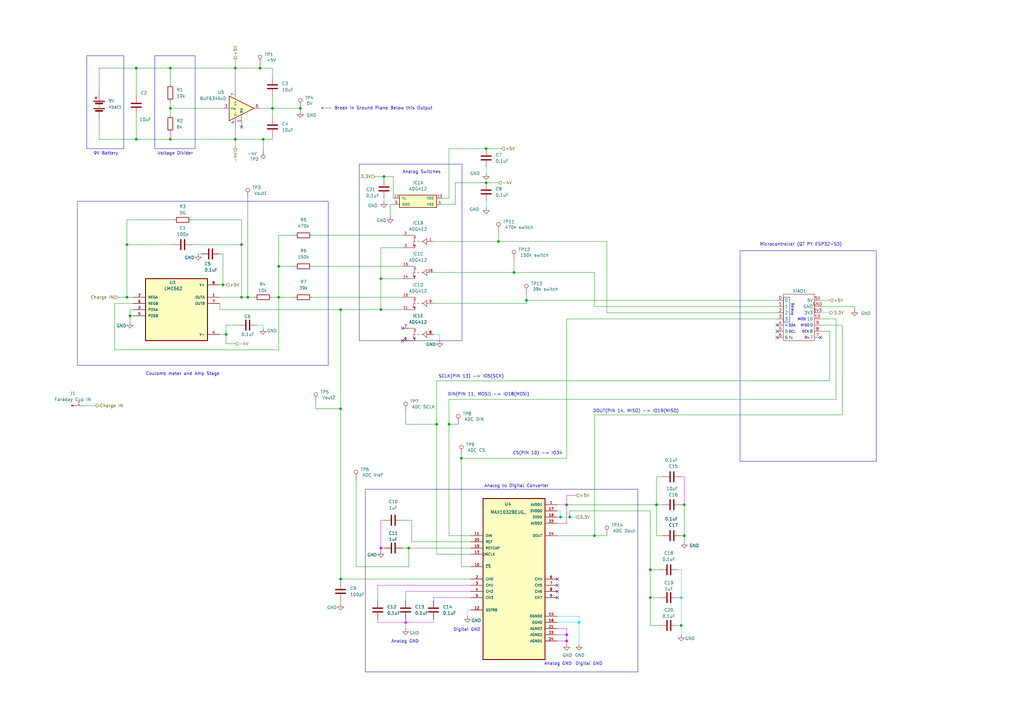
<source format=kicad_sch>
(kicad_sch (version 20231120) (generator "eeschema") (generator_version "8.0")
  (paper "A3")
  (title_block (title "Team 3 - COATL Aircraft Schematic") (date "2025-05-20") (rev "7") (company "Annika Boyd, Eisa Alsharifi, Felix Moss, Nathan Truong"))
  (lib_symbols
    (symbol "ADG412:ADG412" (pin_names (offset 1.016))
      (property "Reference" "IC" (at -7.62 5.08 0))
      (property "Value" "ADG412" (at -7.62 -3.81 0))
      (symbol "ADG412_1_0"
        (pin power_in line (at -10.16 2.54 0) (length 2.54) (name "VL") (number "12"))
        (pin power_in line (at 10.16 2.54 180) (length 2.54) (name "VDD") (number "13"))
        (pin power_in line (at 10.16 0 180) (length 2.54) (name "VSS") (number "4"))
        (pin power_in line (at -10.16 0 0) (length 2.54) (name "GND") (number "5"))
      )
      (symbol "ADG412_2_0"
        (pin input line (at -7.62 0 0) (length 2.54) (name "~") (number "1"))
        (pin passive line (at 5.08 -2.54 180) (length 2.54) (name "~") (number "2"))
        (pin passive line (at 5.08 2.54 180) (length 2.54) (name "~") (number "3"))
      )
      (symbol "ADG412_3_0"
        (pin passive line (at 5.08 2.54 180) (length 2.54) (name "~") (number "14"))
        (pin passive line (at 5.08 -2.54 180) (length 2.54) (name "~") (number "15"))
        (pin input line (at -7.62 0 0) (length 2.54) (name "~") (number "16"))
      )
      (symbol "ADG412_4_0"
        (pin passive line (at 5.08 -2.54 180) (length 2.54) (name "~") (number "10"))
        (pin passive line (at 5.08 2.54 180) (length 2.54) (name "~") (number "11"))
        (pin input line (at -7.62 0 0) (length 2.54) (name "~") (number "9"))
      )
      (symbol "ADG412_5_0"
        (pin passive line (at 5.08 2.54 180) (length 2.54) (name "~") (number "6"))
        (pin passive line (at 5.08 -2.54 180) (length 2.54) (name "~") (number "7"))
        (pin input line (at -7.62 0 0) (length 2.54) (name "~") (number "8"))
      )
    )
    (symbol "Connector:Conn_01x01_Pin" (pin_names (offset 1.016) hide)
      (property "Reference" "J" (at 0 2.54 0))
      (property "Value" "Conn_01x01_Pin" (at 0 -2.54 0))
      (symbol "Conn_01x01_Pin_1_1"
        (pin passive line (at 5.08 0 180) (length 3.81) (name "Pin_1") (number "1"))
      )
    )
    (symbol "Connector:TestPoint" (pin_numbers hide) (pin_names (offset 0.762) hide)
      (property "Reference" "TP" (at 0 6.858 0))
      (property "Value" "TestPoint" (at 0 5.08 0))
      (symbol "TestPoint_1_1"
        (pin passive line (at 0 0 90) (length 2.54) (name "1") (number "1"))
      )
    )
    (symbol "Device:Battery" (pin_numbers hide) (pin_names (offset 0) hide)
      (property "Reference" "BT" (at 2.54 2.54 0))
      (property "Value" "Battery" (at 2.54 0 0))
      (symbol "Battery_1_1"
        (pin passive line (at 0 5.08 270) (length 2.54) (name "+") (number "1"))
        (pin passive line (at 0 -5.08 90) (length 2.54) (name "-") (number "2"))
      )
    )
    (symbol "Device:C" (pin_numbers hide) (pin_names (offset 0.254))
      (property "Reference" "C" (at 0.635 2.54 0))
      (property "Value" "C" (at 0.635 -2.54 0))
      (symbol "C_1_1"
        (pin passive line (at 0 3.81 270) (length 2.794) (name "~") (number "1"))
        (pin passive line (at 0 -3.81 90) (length 2.794) (name "~") (number "2"))
      )
    )
    (symbol "Device:R" (pin_numbers hide) (pin_names (offset 0))
      (property "Reference" "R" (at 2.032 0 90))
      (property "Value" "R" (at 0 0 90))
      (symbol "R_1_1"
        (pin passive line (at 0 3.81 270) (length 1.27) (name "~") (number "1"))
        (pin passive line (at 0 -3.81 90) (length 1.27) (name "~") (number "2"))
      )
    )
    (symbol "LMC6042IM:LMC6042IM" (pin_names (offset 1.016))
      (property "Reference" "U4" (at -1.524 11.176 0))
      (property "Value" "LMC662" (at -1.27 8.636 0))
      (symbol "LMC6042IM_0_0"
        (pin output line (at 17.78 5.08 180) (length 5.08) (name "OUTA") (number "1"))
        (pin input line (at -17.78 5.08 0) (length 5.08) (name "NEGA") (number "2"))
        (pin input line (at -17.78 0 0) (length 5.08) (name "POSA") (number "3"))
        (pin power_in line (at 17.78 -10.16 180) (length 5.08) (name "V-") (number "4"))
        (pin input line (at -17.78 -2.54 0) (length 5.08) (name "POSB") (number "5"))
        (pin input line (at -17.78 2.54 0) (length 5.08) (name "NEGB") (number "6"))
        (pin output line (at 17.78 2.54 180) (length 5.08) (name "OUTB") (number "7"))
        (pin power_in line (at 17.78 10.16 180) (length 5.08) (name "V+") (number "8"))
      )
    )
    (symbol "MAX1032BEUG_:MAX1032BEUG_" (pin_names (offset 1.016))
      (property "Reference" "U" (at -12.7 34.0106 0))
      (property "Value" "MAX1032BEUG_" (at -12.7 -37.0078 0))
      (symbol "MAX1032BEUG__0_0"
        (pin power_in line (at 17.78 30.48 180) (length 5.08) (name "AVDD1") (number "1"))
        (pin bidirectional line (at -17.78 5.08 0) (length 5.08) (name "~{CS}") (number "10"))
        (pin input line (at -17.78 17.78 0) (length 5.08) (name "DIN") (number "11"))
        (pin bidirectional line (at -17.78 -12.7 0) (length 5.08) (name "SSTRB") (number "12"))
        (pin input clock (at -17.78 10.16 0) (length 5.08) (name "SCLK") (number "13"))
        (pin output line (at 17.78 17.78 180) (length 5.08) (name "DOUT") (number "14"))
        (pin power_in line (at 17.78 -15.24 180) (length 5.08) (name "DGND0") (number "15"))
        (pin power_in line (at 17.78 -17.78 180) (length 5.08) (name "DGND") (number "16"))
        (pin power_in line (at 17.78 27.94 180) (length 5.08) (name "DVDD0") (number "17"))
        (pin power_in line (at 17.78 25.4 180) (length 5.08) (name "DVDD") (number "18"))
        (pin input line (at -17.78 12.7 0) (length 5.08) (name "REFCAP") (number "19"))
        (pin bidirectional line (at -17.78 0 0) (length 5.08) (name "CH0") (number "2"))
        (pin input line (at -17.78 15.24 0) (length 5.08) (name "REF") (number "20"))
        (pin power_in line (at 17.78 -20.32 180) (length 5.08) (name "AGND3") (number "21"))
        (pin power_in line (at 17.78 22.86 180) (length 5.08) (name "AVDD2") (number "22"))
        (pin power_in line (at 17.78 -22.86 180) (length 5.08) (name "AGND2") (number "23"))
        (pin power_in line (at 17.78 -25.4 180) (length 5.08) (name "AGND1") (number "24"))
        (pin bidirectional line (at -17.78 -2.54 0) (length 5.08) (name "CH1") (number "3"))
        (pin bidirectional line (at -17.78 -5.08 0) (length 5.08) (name "CH2") (number "4"))
        (pin bidirectional line (at -17.78 -7.62 0) (length 5.08) (name "CH3") (number "5"))
        (pin bidirectional line (at 17.78 0 180) (length 5.08) (name "CH4") (number "6"))
        (pin bidirectional line (at 17.78 -2.54 180) (length 5.08) (name "CH5") (number "7"))
        (pin bidirectional line (at 17.78 -5.08 180) (length 5.08) (name "CH6") (number "8"))
        (pin bidirectional line (at 17.78 -7.62 180) (length 5.08) (name "CH7") (number "9"))
      )
    )
    (symbol "XIAO:esp32s3"
      (property "Reference" "XIAO" (at 0 0 0))
      (symbol "esp32s3_1_1"
        (pin bidirectional line (at -8.89 -3.81 0) (length 2.54) (name "0") (number "0"))
        (pin bidirectional line (at -8.89 -6.35 0) (length 2.54) (name "1") (number "1"))
        (pin bidirectional line (at 8.89 -11.43 180) (length 2.54) (name "10") (number "10"))
        (pin bidirectional line (at -8.89 -8.89 0) (length 2.54) (name "2") (number "2"))
        (pin bidirectional line (at -8.89 -11.43 0) (length 2.54) (name "3") (number "3"))
        (pin bidirectional line (at 8.89 -8.89 180) (length 2.54) (name "3V3") (number "3V3"))
        (pin bidirectional line (at -8.89 -13.97 0) (length 2.54) (name "4") (number "4"))
        (pin bidirectional line (at -8.89 -16.51 0) (length 2.54) (name "5") (number "5"))
        (pin bidirectional line (at 8.89 -3.81 180) (length 2.54) (name "5V") (number "5V"))
        (pin bidirectional line (at -8.89 -19.05 0) (length 2.54) (name "6") (number "6"))
        (pin bidirectional line (at 8.89 -19.05 180) (length 2.54) (name "7") (number "7"))
        (pin bidirectional line (at 8.89 -16.51 180) (length 2.54) (name "8") (number "8"))
        (pin bidirectional line (at 8.89 -13.97 180) (length 2.54) (name "9") (number "9"))
        (pin bidirectional line (at 8.89 -6.35 180) (length 2.54) (name "GND") (number "GND"))
      )
    )
    (symbol "buf634axd:BUF634AxD"
      (property "Reference" "U2" (at -10.922 6.604 0))
      (property "Value" "BUF634AxD" (at -10.922 4.064 0))
      (symbol "BUF634AxD_1_1"
        (pin input line (at 0 -7.62 90) (length 5.08) (name "BW") (number "1"))
        (pin no_connect line (at -5.08 5.08 0) (length 2.54) hide (name "NC") (number "2"))
        (pin input line (at -7.62 0 0) (length 2.54) (name "V_{IN}") (number "3"))
        (pin power_in line (at -2.54 -7.62 90) (length 3.81) (name "V-") (number "4"))
        (pin no_connect line (at -5.08 2.54 0) (length 2.54) hide (name "NC") (number "5"))
        (pin output line (at 7.62 0 180) (length 2.54) (name "~") (number "6"))
        (pin power_in line (at -2.54 7.62 270) (length 3.81) (name "V+") (number "7"))
        (pin no_connect line (at -5.08 -2.54 0) (length 2.54) hide (name "NC") (number "8"))
      )
    )
    (symbol "power:GND" (power) (pin_numbers hide) (pin_names (offset 0) hide)
      (property "Value" "GND" (at 0 -3.81 0))
      (symbol "GND_1_1"
        (pin power_in line (at 0 0 270) (length 0) (name "~") (number "1"))
      )
    )
  )
  (junction (at 69.85 57.15))
  (junction (at 199.39 60.96))
  (junction (at 179.07 173.99))
  (junction (at 232.41 207.01))
  (junction (at 123.19 44.45))
  (junction (at 139.7 167.64))
  (junction (at 279.4 245.11) (color 0 214 255 1))
  (junction (at 55.88 27.94))
  (junction (at 52.07 121.92))
  (junction (at 107.95 57.15))
  (junction (at 69.85 44.45))
  (junction (at 99.06 121.92))
  (junction (at 53.34 129.54))
  (junction (at 204.47 99.06))
  (junction (at 156.21 224.79) (color 182 6 255 1))
  (junction (at 139.7 237.49))
  (junction (at 280.67 219.71))
  (junction (at 229.87 212.09))
  (junction (at 114.3 121.92))
  (junction (at 139.7 127))
  (junction (at 101.6 121.92))
  (junction (at 114.3 109.22))
  (junction (at 96.52 57.15))
  (junction (at 91.44 116.84))
  (junction (at 232.41 260.35) (color 185 8 255 1))
  (junction (at 96.52 27.94))
  (junction (at 111.76 44.45))
  (junction (at 237.49 255.27) (color 0 212 255 1))
  (junction (at 279.4 256.54))
  (junction (at 243.84 219.71))
  (junction (at 157.48 72.39))
  (junction (at 166.37 255.27) (color 223 19 255 1))
  (junction (at 92.71 137.16))
  (junction (at 233.68 212.09))
  (junction (at 210.82 111.76))
  (junction (at 269.24 207.01))
  (junction (at 189.23 187.96))
  (junction (at 156.21 114.3))
  (junction (at 232.41 262.89) (color 185 8 255 1))
  (junction (at 280.67 207.01))
  (junction (at 55.88 57.15))
  (junction (at 266.7 233.68))
  (junction (at 99.06 100.33))
  (junction (at 199.39 74.93))
  (junction (at 52.07 100.33))
  (junction (at 215.9 123.19))
  (junction (at 266.7 245.11))
  (junction (at 184.15 173.99))
  (junction (at 106.68 27.94))
  (junction (at 156.21 127))
  (junction (at 167.64 224.79))
  (junction (at 69.85 27.94))
  (no_connect (at 228.6 242.57))
  (no_connect (at 228.6 245.11))
  (no_connect (at 228.6 237.49))
  (no_connect (at 318.77 138.43))
  (no_connect (at 165.1 139.7))
  (no_connect (at 336.55 138.43))
  (no_connect (at 228.6 240.03))
  (no_connect (at 99.06 52.07))
  (no_connect (at 318.77 135.89))
  (no_connect (at 318.77 133.35))
  (no_connect (at 165.1 134.62))
  (wire (pts (xy 111.76 39.37) (xy 111.76 44.45)))
  (wire (pts (xy 279.4 245.11) (xy 278.13 245.11)) (stroke (width 0) (color 0 214 255 1)))
  (wire (pts (xy 129.54 167.64) (xy 139.7 167.64)))
  (wire (pts (xy 90.17 116.84) (xy 91.44 116.84)))
  (wire (pts (xy 228.6 262.89) (xy 232.41 262.89)) (stroke (width 0) (color 185 8 255 1)))
  (wire (pts (xy 106.68 26.67) (xy 106.68 27.94)))
  (wire (pts (xy 189.23 187.96) (xy 189.23 186.69)))
  (wire (pts (xy 139.7 127) (xy 139.7 167.64)))
  (wire (pts (xy 96.52 57.15) (xy 96.52 60.96)))
  (wire (pts (xy 266.7 245.11) (xy 266.7 233.68)))
  (wire (pts (xy 266.7 209.55) (xy 266.7 233.68)))
  (wire (pts (xy 342.9 130.81) (xy 336.55 130.81)))
  (wire (pts (xy 96.52 24.13) (xy 96.52 27.94)))
  (wire (pts (xy 107.95 60.96) (xy 107.95 57.15)))
  (wire (pts (xy 54.61 127) (xy 53.34 127)))
  (wire (pts (xy 243.84 219.71) (xy 248.92 219.71)))
  (wire (pts (xy 156.21 127) (xy 139.7 127)))
  (wire (pts (xy 278.13 256.54) (xy 279.4 256.54)) (stroke (width 0) (color 0 214 255 1)))
  (wire (pts (xy 340.36 135.89) (xy 336.55 135.89)))
  (wire (pts (xy 156.21 114.3) (xy 165.1 114.3)))
  (wire (pts (xy 40.64 27.94) (xy 55.88 27.94)))
  (wire (pts (xy 193.04 232.41) (xy 189.23 232.41)))
  (wire (pts (xy 232.41 207.01) (xy 269.24 207.01)))
  (wire (pts (xy 279.4 195.58) (xy 280.67 195.58)) (stroke (width 0) (color 226 2 255 1)))
  (wire (pts (xy 139.7 246.38) (xy 139.7 247.65)))
  (wire (pts (xy 40.64 57.15) (xy 55.88 57.15)))
  (wire (pts (xy 111.76 31.75) (xy 111.76 27.94)))
  (wire (pts (xy 199.39 82.55) (xy 199.39 85.09)) (stroke (width 0) (color 0 212 255 1)))
  (wire (pts (xy 107.95 57.15) (xy 111.76 57.15)))
  (wire (pts (xy 243.84 111.76) (xy 243.84 125.73)))
  (wire (pts (xy 106.68 44.45) (xy 111.76 44.45)))
  (wire (pts (xy 179.07 173.99) (xy 179.07 227.33)))
  (wire (pts (xy 96.52 27.94) (xy 106.68 27.94)))
  (wire (pts (xy 91.44 116.84) (xy 92.71 116.84)))
  (wire (pts (xy 156.21 224.79) (xy 157.48 224.79)) (stroke (width 0) (color 182 6 255 1)))
  (wire (pts (xy 154.94 246.38) (xy 154.94 240.03)) (stroke (width 0) (color 185 8 255 1)))
  (wire (pts (xy 177.8 255.27) (xy 177.8 254)) (stroke (width 0) (color 223 19 255 1)))
  (wire (pts (xy 269.24 207.01) (xy 271.78 207.01)))
  (wire (pts (xy 167.64 232.41) (xy 167.64 224.79)))
  (wire (pts (xy 280.67 207.01) (xy 279.4 207.01)))
  (wire (pts (xy 69.85 27.94) (xy 96.52 27.94)))
  (wire (pts (xy 269.24 219.71) (xy 269.24 207.01)))
  (wire (pts (xy 128.27 109.22) (xy 165.1 109.22)))
  (wire (pts (xy 123.19 45.72) (xy 123.19 44.45)))
  (wire (pts (xy 157.48 73.66) (xy 157.48 72.39)))
  (wire (pts (xy 157.48 72.39) (xy 161.29 72.39)))
  (wire (pts (xy 184.15 173.99) (xy 187.96 173.99)))
  (wire (pts (xy 161.29 72.39) (xy 161.29 81.28)))
  (wire (pts (xy 69.85 41.91) (xy 69.85 44.45)))
  (wire (pts (xy 82.55 104.14) (xy 81.28 104.14)) (stroke (width 0) (color 0 212 255 1)))
  (wire (pts (xy 177.8 111.76) (xy 210.82 111.76)))
  (wire (pts (xy 96.52 57.15) (xy 107.95 57.15)))
  (wire (pts (xy 210.82 106.68) (xy 210.82 111.76)))
  (wire (pts (xy 90.17 121.92) (xy 99.06 121.92)))
  (wire (pts (xy 99.06 100.33) (xy 99.06 121.92)))
  (wire (pts (xy 154.94 255.27) (xy 154.94 254)) (stroke (width 0) (color 223 19 255 1)))
  (wire (pts (xy 154.94 255.27) (xy 166.37 255.27)) (stroke (width 0) (color 223 19 255 1)))
  (wire (pts (xy 153.67 72.39) (xy 157.48 72.39)))
  (wire (pts (xy 55.88 57.15) (xy 69.85 57.15)))
  (wire (pts (xy 129.54 165.1) (xy 129.54 167.64)))
  (wire (pts (xy 278.13 233.68) (xy 279.4 233.68)) (stroke (width 0) (color 0 214 255 1)))
  (wire (pts (xy 166.37 242.57) (xy 193.04 242.57)) (stroke (width 0) (color 185 8 255 1)))
  (wire (pts (xy 168.91 213.36) (xy 165.1 213.36)))
  (wire (pts (xy 114.3 121.92) (xy 114.3 143.51)))
  (wire (pts (xy 69.85 44.45) (xy 69.85 46.99)))
  (wire (pts (xy 210.82 111.76) (xy 243.84 111.76)))
  (wire (pts (xy 111.76 121.92) (xy 114.3 121.92)))
  (wire (pts (xy 114.3 96.52) (xy 114.3 109.22)))
  (wire (pts (xy 179.07 227.33) (xy 193.04 227.33)))
  (wire (pts (xy 279.4 233.68) (xy 279.4 245.11)) (stroke (width 0) (color 0 214 255 1)))
  (wire (pts (xy 228.6 257.81) (xy 232.41 257.81)) (stroke (width 0) (color 185 8 255 1)))
  (wire (pts (xy 189.23 187.96) (xy 189.23 232.41)))
  (wire (pts (xy 342.9 130.81) (xy 342.9 163.83)))
  (wire (pts (xy 237.49 252.73) (xy 237.49 255.27)) (stroke (width 0) (color 0 212 255 1)))
  (wire (pts (xy 228.6 252.73) (xy 237.49 252.73)) (stroke (width 0) (color 0 212 255 1)))
  (wire (pts (xy 179.07 173.99) (xy 179.07 156.21)))
  (wire (pts (xy 156.21 101.6) (xy 165.1 101.6)))
  (wire (pts (xy 139.7 237.49) (xy 193.04 237.49)))
  (wire (pts (xy 71.12 100.33) (xy 52.07 100.33)))
  (wire (pts (xy 101.6 121.92) (xy 104.14 121.92)))
  (wire (pts (xy 243.84 170.18) (xy 243.84 219.71)))
  (wire (pts (xy 96.52 27.94) (xy 96.52 36.83)))
  (wire (pts (xy 229.87 209.55) (xy 229.87 212.09)) (stroke (width 0) (color 0 212 255 1)))
  (wire (pts (xy 186.69 74.93) (xy 186.69 83.82)))
  (wire (pts (xy 166.37 255.27) (xy 177.8 255.27)) (stroke (width 0) (color 223 19 255 1)))
  (wire (pts (xy 34.29 166.37) (xy 39.37 166.37)))
  (wire (pts (xy 111.76 55.88) (xy 111.76 57.15)))
  (wire (pts (xy 228.6 214.63) (xy 232.41 214.63)) (stroke (width 0) (color 185 8 255 1)))
  (wire (pts (xy 228.6 207.01) (xy 232.41 207.01)) (stroke (width 0) (color 185 8 255 1)))
  (wire (pts (xy 280.67 207.01) (xy 280.67 195.58)) (stroke (width 0) (color 226 2 255 1)))
  (wire (pts (xy 186.69 74.93) (xy 199.39 74.93)))
  (wire (pts (xy 340.36 156.21) (xy 340.36 135.89)))
  (wire (pts (xy 69.85 57.15) (xy 96.52 57.15)))
  (wire (pts (xy 48.26 121.92) (xy 52.07 121.92)))
  (wire (pts (xy 90.17 127) (xy 90.17 124.46)))
  (wire (pts (xy 156.21 127) (xy 165.1 127)))
  (wire (pts (xy 156.21 101.6) (xy 156.21 114.3)))
  (wire (pts (xy 280.67 222.25) (xy 280.67 219.71)))
  (wire (pts (xy 204.47 95.25) (xy 204.47 99.06)))
  (wire (pts (xy 215.9 123.19) (xy 215.9 124.46)))
  (wire (pts (xy 232.41 203.2) (xy 236.22 203.2)) (stroke (width 0) (color 185 8 255 1)))
  (wire (pts (xy 199.39 74.93) (xy 204.47 74.93)))
  (wire (pts (xy 228.6 219.71) (xy 243.84 219.71)))
  (wire (pts (xy 233.68 209.55) (xy 233.68 212.09)))
  (wire (pts (xy 166.37 173.99) (xy 179.07 173.99)))
  (wire (pts (xy 53.34 129.54) (xy 53.34 132.08)))
  (wire (pts (xy 156.21 226.06) (xy 156.21 224.79)) (stroke (width 0) (color 182 6 255 1)))
  (wire (pts (xy 269.24 195.58) (xy 271.78 195.58)))
  (wire (pts (xy 114.3 121.92) (xy 120.65 121.92)))
  (wire (pts (xy 228.6 260.35) (xy 232.41 260.35)) (stroke (width 0) (color 185 8 255 1)))
  (wire (pts (xy 114.3 109.22) (xy 114.3 121.92)))
  (wire (pts (xy 128.27 96.52) (xy 165.1 96.52)))
  (wire (pts (xy 248.92 128.27) (xy 318.77 128.27)))
  (wire (pts (xy 96.52 57.15) (xy 96.52 52.07)))
  (wire (pts (xy 177.8 245.11) (xy 177.8 246.38)) (stroke (width 0) (color 185 8 255 1)))
  (wire (pts (xy 193.04 219.71) (xy 184.15 219.71)))
  (wire (pts (xy 106.68 27.94) (xy 111.76 27.94)))
  (wire (pts (xy 53.34 129.54) (xy 54.61 129.54)))
  (wire (pts (xy 266.7 233.68) (xy 270.51 233.68)))
  (wire (pts (xy 53.34 127) (xy 53.34 129.54)))
  (wire (pts (xy 232.41 130.81) (xy 232.41 187.96)))
  (wire (pts (xy 139.7 238.76) (xy 139.7 237.49)))
  (wire (pts (xy 266.7 245.11) (xy 266.7 256.54)))
  (wire (pts (xy 279.4 260.35) (xy 279.4 256.54)) (stroke (width 0) (color 0 214 255 1)))
  (wire (pts (xy 52.07 121.92) (xy 54.61 121.92)))
  (wire (pts (xy 55.88 46.99) (xy 55.88 57.15)))
  (wire (pts (xy 107.95 134.62) (xy 107.95 133.35)) (stroke (width 0) (color 0 212 255 1)))
  (wire (pts (xy 46.99 124.46) (xy 54.61 124.46)))
  (wire (pts (xy 120.65 109.22) (xy 114.3 109.22)))
  (wire (pts (xy 243.84 125.73) (xy 318.77 125.73)))
  (wire (pts (xy 232.41 130.81) (xy 318.77 130.81)))
  (wire (pts (xy 111.76 44.45) (xy 123.19 44.45)))
  (wire (pts (xy 92.71 140.97) (xy 96.52 140.97)))
  (wire (pts (xy 114.3 143.51) (xy 46.99 143.51)))
  (wire (pts (xy 184.15 60.96) (xy 184.15 81.28)))
  (wire (pts (xy 204.47 99.06) (xy 248.92 99.06)))
  (wire (pts (xy 199.39 68.58) (xy 199.39 71.12)) (stroke (width 0) (color 0 212 255 1)))
  (wire (pts (xy 184.15 81.28) (xy 181.61 81.28)))
  (wire (pts (xy 228.6 209.55) (xy 229.87 209.55)) (stroke (width 0) (color 0 212 255 1)))
  (wire (pts (xy 69.85 54.61) (xy 69.85 57.15)) (stroke (width 0) (color 180 0 255 1)))
  (wire (pts (xy 232.41 260.35) (xy 232.41 262.89)) (stroke (width 0) (color 185 8 255 1)))
  (wire (pts (xy 71.12 90.17) (xy 52.07 90.17)))
  (wire (pts (xy 266.7 256.54) (xy 270.51 256.54)))
  (wire (pts (xy 166.37 168.91) (xy 166.37 173.99)))
  (wire (pts (xy 232.41 203.2) (xy 232.41 207.01)) (stroke (width 0) (color 185 8 255 1)))
  (wire (pts (xy 193.04 222.25) (xy 168.91 222.25)))
  (wire (pts (xy 156.21 213.36) (xy 156.21 224.79)) (stroke (width 0) (color 182 6 255 1)))
  (wire (pts (xy 46.99 143.51) (xy 46.99 124.46)))
  (wire (pts (xy 233.68 212.09) (xy 236.22 212.09)) (stroke (width 0) (color 0 212 255 1)))
  (wire (pts (xy 90.17 137.16) (xy 92.71 137.16)))
  (wire (pts (xy 78.74 100.33) (xy 99.06 100.33)))
  (wire (pts (xy 345.44 133.35) (xy 336.55 133.35)))
  (wire (pts (xy 279.4 245.11) (xy 279.4 256.54)) (stroke (width 0) (color 0 214 255 1)))
  (wire (pts (xy 78.74 90.17) (xy 99.06 90.17)))
  (wire (pts (xy 266.7 209.55) (xy 233.68 209.55)))
  (wire (pts (xy 280.67 219.71) (xy 280.67 207.01)))
  (wire (pts (xy 269.24 207.01) (xy 269.24 195.58)))
  (wire (pts (xy 91.44 104.14) (xy 91.44 116.84)))
  (wire (pts (xy 157.48 213.36) (xy 156.21 213.36)) (stroke (width 0) (color 182 6 255 1)))
  (wire (pts (xy 160.02 83.82) (xy 161.29 83.82)) (stroke (width 0) (color 178 1 255 1)))
  (wire (pts (xy 167.64 224.79) (xy 193.04 224.79)))
  (wire (pts (xy 92.71 133.35) (xy 97.79 133.35)))
  (wire (pts (xy 215.9 120.65) (xy 215.9 123.19)))
  (wire (pts (xy 336.55 125.73) (xy 350.52 125.73)))
  (wire (pts (xy 40.64 27.94) (xy 40.64 38.1)))
  (wire (pts (xy 184.15 163.83) (xy 342.9 163.83)))
  (wire (pts (xy 128.27 121.92) (xy 165.1 121.92)))
  (wire (pts (xy 199.39 60.96) (xy 205.74 60.96)))
  (wire (pts (xy 345.44 133.35) (xy 345.44 170.18)))
  (wire (pts (xy 69.85 44.45) (xy 91.44 44.45)))
  (wire (pts (xy 232.41 257.81) (xy 232.41 260.35)) (stroke (width 0) (color 185 8 255 1)))
  (wire (pts (xy 166.37 254) (xy 166.37 255.27)) (stroke (width 0) (color 223 19 255 1)))
  (wire (pts (xy 232.41 187.96) (xy 189.23 187.96)))
  (wire (pts (xy 154.94 240.03) (xy 193.04 240.03)) (stroke (width 0) (color 185 8 255 1)))
  (wire (pts (xy 248.92 99.06) (xy 248.92 128.27)))
  (wire (pts (xy 279.4 207.01) (xy 280.67 207.01)) (stroke (width 0) (color 226 2 255 1)))
  (wire (pts (xy 99.06 90.17) (xy 99.06 100.33)))
  (wire (pts (xy 177.8 137.16) (xy 180.34 137.16)) (stroke (width 0) (color 0 212 255 1)))
  (wire (pts (xy 146.05 196.85) (xy 146.05 232.41)))
  (wire (pts (xy 184.15 60.96) (xy 199.39 60.96)))
  (wire (pts (xy 55.88 27.94) (xy 69.85 27.94)))
  (wire (pts (xy 101.6 81.28) (xy 101.6 121.92)))
  (wire (pts (xy 120.65 96.52) (xy 114.3 96.52)))
  (wire (pts (xy 139.7 167.64) (xy 139.7 237.49)))
  (wire (pts (xy 168.91 222.25) (xy 168.91 213.36)))
  (wire (pts (xy 184.15 173.99) (xy 184.15 163.83)))
  (wire (pts (xy 157.48 81.28) (xy 157.48 82.55)) (stroke (width 0) (color 0 212 255 1)))
  (wire (pts (xy 107.95 133.35) (xy 105.41 133.35)) (stroke (width 0) (color 0 212 255 1)))
  (wire (pts (xy 52.07 100.33) (xy 52.07 121.92)))
  (wire (pts (xy 191.77 252.73) (xy 191.77 250.19)) (stroke (width 0) (color 0 212 255 1)))
  (wire (pts (xy 232.41 214.63) (xy 232.41 207.01)) (stroke (width 0) (color 185 8 255 1)))
  (wire (pts (xy 55.88 27.94) (xy 55.88 39.37)))
  (wire (pts (xy 111.76 44.45) (xy 111.76 48.26)))
  (wire (pts (xy 90.17 127) (xy 139.7 127)))
  (wire (pts (xy 146.05 232.41) (xy 167.64 232.41)))
  (wire (pts (xy 184.15 219.71) (xy 184.15 173.99)))
  (wire (pts (xy 228.6 255.27) (xy 237.49 255.27)) (stroke (width 0) (color 0 212 255 1)))
  (wire (pts (xy 191.77 250.19) (xy 193.04 250.19)) (stroke (width 0) (color 0 212 255 1)))
  (wire (pts (xy 232.41 262.89) (xy 232.41 264.16)))
  (wire (pts (xy 40.64 48.26) (xy 40.64 57.15)))
  (wire (pts (xy 69.85 27.94) (xy 69.85 34.29)))
  (wire (pts (xy 280.67 219.71) (xy 279.4 219.71)))
  (wire (pts (xy 177.8 124.46) (xy 215.9 124.46)))
  (wire (pts (xy 165.1 224.79) (xy 167.64 224.79)))
  (wire (pts (xy 160.02 83.82) (xy 160.02 88.9)))
  (wire (pts (xy 179.07 156.21) (xy 340.36 156.21)))
  (wire (pts (xy 92.71 137.16) (xy 92.71 140.97)))
  (wire (pts (xy 340.36 128.27) (xy 336.55 128.27)) (stroke (width 0) (color 0 212 255 1)))
  (wire (pts (xy 350.52 125.73) (xy 350.52 127)))
  (wire (pts (xy 99.06 121.92) (xy 101.6 121.92)))
  (wire (pts (xy 177.8 245.11) (xy 193.04 245.11)) (stroke (width 0) (color 185 8 255 1)))
  (wire (pts (xy 186.69 83.82) (xy 181.61 83.82)))
  (wire (pts (xy 92.71 133.35) (xy 92.71 137.16)))
  (wire (pts (xy 91.44 104.14) (xy 90.17 104.14)))
  (wire (pts (xy 229.87 212.09) (xy 228.6 212.09)) (stroke (width 0) (color 0 212 255 1)))
  (wire (pts (xy 340.36 123.19) (xy 336.55 123.19)))
  (wire (pts (xy 52.07 90.17) (xy 52.07 100.33)))
  (wire (pts (xy 166.37 255.27) (xy 166.37 257.81)))
  (wire (pts (xy 180.34 137.16) (xy 180.34 139.7)) (stroke (width 0) (color 0 212 255 1)))
  (wire (pts (xy 215.9 123.19) (xy 318.77 123.19)))
  (wire (pts (xy 266.7 245.11) (xy 270.51 245.11)))
  (wire (pts (xy 345.44 170.18) (xy 243.84 170.18)))
  (wire (pts (xy 237.49 255.27) (xy 237.49 264.16)) (stroke (width 0) (color 0 212 255 1)))
  (wire (pts (xy 166.37 242.57) (xy 166.37 246.38)) (stroke (width 0) (color 185 8 255 1)))
  (wire (pts (xy 177.8 99.06) (xy 204.47 99.06)))
  (wire (pts (xy 156.21 114.3) (xy 156.21 127)))
  (wire (pts (xy 229.87 212.09) (xy 233.68 212.09)) (stroke (width 0) (color 0 212 255 1)))
  (wire (pts (xy 271.78 219.71) (xy 269.24 219.71)))
  (rectangle (start 358.14 111.76) (end 358.14 111.76))
  (rectangle (start 147.32 67.31) (end 189.484 139.7))
  (rectangle (start 35.56 22.86) (end 50.8 60.96))
  (rectangle (start 303.53 102.87) (end 359.41 189.23))
  (rectangle (start 63.5 22.86) (end 80.01 60.96))
  (rectangle (start 31.75 82.55) (end 134.62 149.86))
  (rectangle (start 149.86 200.66) (end 261.62 275.59))
  (rectangle (start 321.31 121.92) (end 323.85 132.08))
  (text "9V Battery" (at 43.434 62.992 0) (effects (font (size 1.27 1.27))))
  (text "CS(PIN 10) -> IO34" (at 220.472 185.928 0) (effects (font (size 1.27 1.27))))
  (text "MOSI" (at 328.93 131.064 0) (effects (font (size 1 1))))
  (text "Analog Switches" (at 172.974 70.612 0) (effects (font (size 1.27 1.27))))
  (text "SCL" (at 324.866 136.144 0) (effects (font (size 1 1))))
  (text "Tx" (at 324.358 138.684 0) (effects (font (size 1 1))))
  (text "Analog GND" (at 166.116 263.144 0) (effects (font (size 1.27 1.27))))
  (text "Voltage Divider\n" (at 71.882 62.992 0) (effects (font (size 1.27 1.27))))
  (text "Microcontroller (QT PY ESP32-S3)\n\n" (at 328.422 101.346 0) (effects (font (size 1.27 1.27))))
  (text "DIN(PIN 11, MOSI) -> IO18(MOSI)\n" (at 200.406 161.798 0) (effects (font (size 1.27 1.27))))
  (text "Analog" (at 324.866 127 90) (effects (font (size 1 1))))
  (text "<-- Break in Ground Plane Below this Output" (at 154.432 44.45 0) (effects (font (size 1.27 1.27))))
  (text "Analog GND" (at 228.854 272.288 0) (effects (font (size 1.27 1.27))))
  (text "SCLK(PIN 13) -> IO5(SCK)" (at 193.294 154.432 0) (effects (font (size 1.27 1.27))))
  (text "Analog to Digital Converter\n" (at 211.836 199.39 0) (effects (font (size 1.27 1.27))))
  (text "DOUT(PIN 14, MISO) -> IO19(MISO)" (at 260.858 168.656 0) (effects (font (size 1.27 1.27))))
  (text "Digital GND" (at 191.516 258.318 0) (effects (font (size 1.27 1.27))))
  (text "Rx" (at 330.962 138.684 0) (effects (font (size 1 1))))
  (text "SDA" (at 324.866 133.604 0) (effects (font (size 1 1))))
  (text "Coulomb meter and Amp Stage" (at 74.93 153.416 0) (effects (font (size 1.27 1.27))))
  (text "MISO" (at 330.2 133.604 0) (effects (font (size 1 1))))
  (text "Digital GND" (at 241.554 272.288 0) (effects (font (size 1.27 1.27))))
  (text "SCK" (at 330.454 136.144 0) (effects (font (size 1 1))))
  (hierarchical_label "+5V" (shape input) (at 236.22 203.2 0))
  (hierarchical_label "+5V" (shape input) (at 340.36 123.19 0))
  (hierarchical_label "3.3V" (shape output) (at 340.36 128.27 0))
  (hierarchical_label "3.3V" (shape input) (at 153.67 72.39 180))
  (hierarchical_label "+5V" (shape output) (at 96.52 24.13 90))
  (hierarchical_label "-4V" (shape input) (at 96.52 140.97 0))
  (hierarchical_label "-4V" (shape output) (at 96.52 60.96 270))
  (hierarchical_label "+5V" (shape input) (at 92.71 116.84 0))
  (hierarchical_label "+5V" (shape input) (at 205.74 60.96 0))
  (hierarchical_label "-4V" (shape input) (at 204.47 74.93 0))
  (hierarchical_label "3.3V" (shape input) (at 236.22 212.09 0))
  (hierarchical_label "Charge IN" (shape input) (at 48.26 121.92 180))
  (hierarchical_label "Charge IN" (shape output) (at 39.37 166.37 0))
  (symbol (lib_id "Device:C") (at 86.36 104.14 270) (unit 1)
    (property "Reference" "C5" (at 83.82 108.204 90) (effects (justify left)))
    (property "Value" "0.1uF" (at 83.82 110.744 90) (effects (justify left)))
    (property "Footprint" "Capacitor_SMD:C_1206_3216Metric_Pad1.33x1.80mm_HandSolder" (effects (hide yes)))
    (property "Description" "Unpolarized capacitor" (effects (hide yes)))
  )
  (symbol (lib_id "ADG412:ADG412") (at 171.45 83.82 0) (unit 1)
    (property "Reference" "IC1" (at 171.45 74.93 0))
    (property "Value" "ADG412" (at 171.45 77.47 0))
    (property "Footprint" "ADG412:SOIC16N" (effects (hide yes)))
    (property "MF" "Analog Devices" (effects (hide yes)))
    (property "Description_1" "\n                        \n                            4 Circuit IC Switch 1:1 35Ohm 16-TSSOP\n                        \n" (effects (hide yes)))
    (property "Package" "SOIC-16 Analog Devices" (effects (hide yes)))
    (property "MPN" "ADG412BRU-REEL7" (effects (hide yes)))
    (property "OC_FARNELL" "unknown" (effects (hide yes)))
    (property "SnapEDA_Link" "https://www.snapeda.com/parts/ADG412/Analog+Devices/view-part/?ref=snap" (effects (hide yes)))
    (property "MP" "ADG412" (effects (hide yes)))
    (property "OC_NEWARK" "59K1251" (effects (hide yes)))
    (property "Check_prices" "https://www.snapeda.com/parts/ADG412/Analog+Devices/view-part/?ref=eda" (effects (hide yes)))
  )
  (symbol (lib_id "Device:R") (at 74.93 90.17 270) (unit 1)
    (property "Reference" "R3" (at 74.93 84.7152 90))
    (property "Value" "5G" (at 74.93 87.2552 90))
    (property "Footprint" "XIAO_:R_Vishay_TR10X5G00JNES" (effects (hide yes)))
    (property "Description" "Resistor" (effects (hide yes)))
  )
  (symbol (lib_id "power:GND") (at 157.48 82.55 0) (unit 1)
    (property "Reference" "#PWR06" (effects (hide yes)))
    (property "Value" "GND" (at 152.908 84.328 0))
    (property "Description" "Power symbol creates a global label with name \"GND\" , ground" (effects (hide yes)))
  )
  (symbol (lib_id "Device:C") (at 101.6 133.35 90) (unit 1)
    (property "Reference" "C6" (at 102.87 129.794 90) (effects (justify left)))
    (property "Value" "0.1uF" (at 104.394 137.16 90) (effects (justify left)))
    (property "Footprint" "Capacitor_SMD:C_1206_3216Metric_Pad1.33x1.80mm_HandSolder" (effects (hide yes)))
    (property "Description" "Unpolarized capacitor" (effects (hide yes)))
  )
  (symbol (lib_id "Device:R") (at 69.85 38.1 0) (unit 1)
    (property "Reference" "R1" (at 72.39 36.8299 0) (effects (justify left)))
    (property "Value" "10k" (at 72.39 39.3699 0) (effects (justify left)))
    (property "Footprint" "Resistor_SMD:R_0805_2012Metric_Pad1.20x1.40mm_HandSolder" (effects (hide yes)))
    (property "Description" "Resistor" (effects (hide yes)))
  )
  (symbol (lib_id "power:GND") (at 123.19 45.72 0) (unit 1)
    (property "Reference" "#PWR04" (effects (hide yes)))
    (property "Value" "GND" (at 127.762 47.244 0))
    (property "Description" "Power symbol creates a global label with name \"GND\" , ground" (effects (hide yes)))
  )
  (symbol (lib_id "Device:C") (at 111.76 35.56 0) (unit 1)
    (property "Reference" "C3" (at 115.57 34.2899 0) (effects (justify left)))
    (property "Value" "10uF" (at 115.57 36.8299 0) (effects (justify left)))
    (property "Footprint" "Capacitor_SMD:C_1206_3216Metric_Pad1.33x1.80mm_HandSolder" (effects (hide yes)))
    (property "Description" "Unpolarized capacitor" (effects (hide yes)))
  )
  (symbol (lib_id "Device:C") (at 274.32 233.68 270) (mirror x) (unit 1)
    (property "Reference" "C18" (at 274.32 226.822 90))
    (property "Value" "0.1uF" (at 274.32 229.362 90))
    (property "Footprint" "Capacitor_SMD:C_1206_3216Metric_Pad1.33x1.80mm_HandSolder" (effects (hide yes)))
    (property "Description" "Unpolarized capacitor" (effects (hide yes)))
  )
  (symbol (lib_id "power:GND") (at 160.02 88.9 0) (unit 1)
    (property "Reference" "#PWR08" (effects (hide yes)))
    (property "Value" "GND" (at 156.464 90.424 0))
    (property "Description" "Power symbol creates a global label with name \"GND\" , ground" (effects (hide yes)))
  )
  (symbol (lib_id "Device:C") (at 154.94 250.19 180) (unit 1)
    (property "Reference" "C12" (at 158.75 248.9199 0) (effects (justify right)))
    (property "Value" "0.1uF" (at 158.75 251.4599 0) (effects (justify right)))
    (property "Footprint" "Capacitor_SMD:C_1206_3216Metric_Pad1.33x1.80mm_HandSolder" (effects (hide yes)))
    (property "Description" "Unpolarized capacitor" (effects (hide yes)))
  )
  (symbol (lib_id "Connector:TestPoint") (at 210.82 106.68 0) (unit 1)
    (property "Reference" "TP12" (at 212.598 102.362 0) (effects (justify left)))
    (property "Value" "150k switch" (at 213.36 104.6479 0) (effects (justify left)))
    (property "Footprint" "TestPoint:TestPoint_THTPad_D2.0mm_Drill1.0mm" (effects (hide yes)))
    (property "Description" "test point" (effects (hide yes)))
  )
  (symbol (lib_id "Connector:Conn_01x01_Pin") (at 29.21 166.37 0) (unit 1)
    (property "Reference" "J1" (at 29.845 161.29 0))
    (property "Value" "Faraday Cup IN" (at 29.845 163.83 0))
    (property "Footprint" "Connector_PinHeader_2.54mm:PinHeader_1x01_P2.54mm_Vertical" (effects (hide yes)))
    (property "Description" "Generic connector, single row, 01x01, script generated" (effects (hide yes)))
  )
  (symbol (lib_id "MAX1032BEUG_:MAX1032BEUG_") (at 210.82 237.49 0) (unit 1)
    (property "Reference" "U4" (at 208.28 206.756 0))
    (property "Value" "MAX1032BEUG_" (at 208.534 210.058 0))
    (property "Footprint" "MAX1032BEUGT:SOP65P640X110-24N" (effects (hide yes)))
    (property "MF" "Analog Devices" (effects (hide yes)))
    (property "Description_1" "\\n                        \\n                            8- and 4-Channel, ±3 x VREF Multirange Inputs, Serial 14-Bit ADCs\\n                        \\n" (effects (hide yes)))
    (property "Package" "TSSOP-24 Maxim" (effects (hide yes)))
    (property "Price" "None" (effects (hide yes)))
    (property "SnapEDA_Link" "https://www.snapeda.com/parts/MAX1032BEUG+/Analog+Devices/view-part/?ref=snap" (effects (hide yes)))
    (property "MP" "MAX1032BEUG+" (effects (hide yes)))
    (property "Availability" "In Stock" (effects (hide yes)))
    (property "Check_prices" "https://www.snapeda.com/parts/MAX1032BEUG+/Analog+Devices/view-part/?ref=eda" (effects (hide yes)))
  )
  (symbol (lib_id "ADG412:ADG412") (at 170.18 124.46 180) (unit 4)
    (property "Reference" "IC1" (at 171.45 116.84 0))
    (property "Value" "ADG412" (at 171.45 119.38 0))
    (property "Footprint" "ADG412:SOIC16N" (effects (hide yes)))
    (property "MF" "Analog Devices" (effects (hide yes)))
    (property "Description_1" "\n                        \n                            4 Circuit IC Switch 1:1 35Ohm 16-TSSOP\n                        \n" (effects (hide yes)))
    (property "Package" "SOIC-16 Analog Devices" (effects (hide yes)))
    (property "MPN" "ADG412BRU-REEL7" (effects (hide yes)))
    (property "OC_FARNELL" "unknown" (effects (hide yes)))
    (property "SnapEDA_Link" "https://www.snapeda.com/parts/ADG412/Analog+Devices/view-part/?ref=snap" (effects (hide yes)))
    (property "MP" "ADG412" (effects (hide yes)))
    (property "OC_NEWARK" "59K1251" (effects (hide yes)))
    (property "Check_prices" "https://www.snapeda.com/parts/ADG412/Analog+Devices/view-part/?ref=eda" (effects (hide yes)))
  )
  (symbol (lib_id "power:GND") (at 156.21 226.06 0) (unit 1)
    (property "Reference" "#PWR07" (effects (hide yes)))
    (property "Value" "GND" (at 152.654 227.584 0))
    (property "Description" "Power symbol creates a global label with name \"GND\" , ground" (effects (hide yes)))
  )
  (symbol (lib_id "Device:C") (at 161.29 213.36 90) (unit 1)
    (property "Reference" "C10" (at 161.29 205.74 90))
    (property "Value" "1uF" (at 161.29 208.28 90))
    (property "Footprint" "Capacitor_SMD:C_1206_3216Metric_Pad1.33x1.80mm_HandSolder" (effects (hide yes)))
    (property "Description" "Unpolarized capacitor" (effects (hide yes)))
  )
  (symbol (lib_id "Device:C") (at 199.39 78.74 0) (unit 1)
    (property "Reference" "C8" (at 203.2 77.4699 0) (effects (justify left)))
    (property "Value" "0.1uF" (at 203.2 80.0099 0) (effects (justify left)))
    (property "Footprint" "Capacitor_SMD:C_1206_3216Metric_Pad1.33x1.80mm_HandSolder" (effects (hide yes)))
    (property "Description" "Unpolarized capacitor" (effects (hide yes)))
  )
  (symbol (lib_id "Device:C") (at 177.8 250.19 180) (unit 1)
    (property "Reference" "C14" (at 181.61 248.9199 0) (effects (justify right)))
    (property "Value" "0.1uF" (at 181.61 251.4599 0) (effects (justify right)))
    (property "Footprint" "Capacitor_SMD:C_1206_3216Metric_Pad1.33x1.80mm_HandSolder" (effects (hide yes)))
    (property "Description" "Unpolarized capacitor" (effects (hide yes)))
  )
  (symbol (lib_id "ADG412:ADG412") (at 170.18 99.06 180) (unit 2)
    (property "Reference" "IC1" (at 171.45 91.44 0))
    (property "Value" "ADG412" (at 171.45 93.98 0))
    (property "Footprint" "ADG412:SOIC16N" (effects (hide yes)))
    (property "MF" "Analog Devices" (effects (hide yes)))
    (property "Description_1" "\n                        \n                            4 Circuit IC Switch 1:1 35Ohm 16-TSSOP\n                        \n" (effects (hide yes)))
    (property "Package" "SOIC-16 Analog Devices" (effects (hide yes)))
    (property "MPN" "ADG412BRU-REEL7" (effects (hide yes)))
    (property "OC_FARNELL" "unknown" (effects (hide yes)))
    (property "SnapEDA_Link" "https://www.snapeda.com/parts/ADG412/Analog+Devices/view-part/?ref=snap" (effects (hide yes)))
    (property "MP" "ADG412" (effects (hide yes)))
    (property "OC_NEWARK" "59K1251" (effects (hide yes)))
    (property "Check_prices" "https://www.snapeda.com/parts/ADG412/Analog+Devices/view-part/?ref=eda" (effects (hide yes)))
  )
  (symbol (lib_id "Connector:TestPoint") (at 123.19 44.45 0) (unit 1)
    (property "Reference" "TP4" (at 124.968 40.132 0) (effects (justify left)))
    (property "Value" "0V" (at 125.73 42.4179 0) (effects (justify left)))
    (property "Footprint" "TestPoint:TestPoint_THTPad_D2.0mm_Drill1.0mm" (effects (hide yes)))
    (property "Description" "test point" (effects (hide yes)))
  )
  (symbol (lib_id "Device:C") (at 161.29 224.79 270) (unit 1)
    (property "Reference" "C11" (at 161.29 218.694 90))
    (property "Value" "1uF" (at 161.29 221.234 90))
    (property "Footprint" "Capacitor_SMD:C_1206_3216Metric_Pad1.33x1.80mm_HandSolder" (effects (hide yes)))
    (property "Description" "Unpolarized capacitor" (effects (hide yes)))
  )
  (symbol (lib_id "Connector:TestPoint") (at 107.95 60.96 180) (unit 1)
    (property "Reference" "TP2" (at 106.172 65.278 0) (effects (justify left)))
    (property "Value" "-4V" (at 105.41 62.9921 0) (effects (justify left)))
    (property "Footprint" "TestPoint:TestPoint_THTPad_D2.0mm_Drill1.0mm" (effects (hide yes)))
    (property "Description" "test point" (effects (hide yes)))
  )
  (symbol (lib_id "XIAO:esp32s3") (at 327.66 119.38 0) (unit 1)
    (property "Reference" "XIAO1" (at 327.914 119.38 0))
    (property "Value" "~" (at 327.66 119.38 0))
    (property "Footprint" "XIAO_:XIAO_QTpy" (effects (hide yes)))
  )
  (symbol (lib_id "power:GND") (at 199.39 85.09 0) (unit 1)
    (property "Reference" "#PWR015" (effects (hide yes)))
    (property "Value" "GND" (at 194.564 85.852 0))
    (property "Description" "Power symbol creates a global label with name \"GND\" , ground" (effects (hide yes)))
  )
  (symbol (lib_id "power:GND") (at 81.28 104.14 0) (unit 1)
    (property "Reference" "#PWR02" (effects (hide yes)))
    (property "Value" "GND" (at 77.724 105.664 0))
    (property "Description" "Power symbol creates a global label with name \"GND\" , ground" (effects (hide yes)))
  )
  (symbol (lib_id "Device:R") (at 124.46 109.22 270) (unit 1)
    (property "Reference" "R6" (at 124.46 102.87 90))
    (property "Value" "150k" (at 124.46 105.41 90))
    (property "Footprint" "Resistor_SMD:R_0805_2012Metric_Pad1.20x1.40mm_HandSolder" (effects (hide yes)))
    (property "Description" "Resistor" (effects (hide yes)))
  )
  (symbol (lib_id "power:GND") (at 166.37 257.81 0) (unit 1)
    (property "Reference" "#PWR010" (effects (hide yes)))
    (property "Value" "GND" (at 169.926 259.588 0))
    (property "Description" "Power symbol creates a global label with name \"GND\" , ground" (effects (hide yes)))
  )
  (symbol (lib_id "power:GND") (at 107.95 134.62 0) (unit 1)
    (property "Reference" "#PWR03" (effects (hide yes)))
    (property "Value" "GND" (at 111.506 135.636 0))
    (property "Description" "Power symbol creates a global label with name \"GND\" , ground" (effects (hide yes)))
  )
  (symbol (lib_id "Device:C") (at 139.7 242.57 180) (unit 1)
    (property "Reference" "C9" (at 143.51 241.2999 0) (effects (justify right)))
    (property "Value" "100pF" (at 143.51 243.8399 0) (effects (justify right)))
    (property "Footprint" "Capacitor_SMD:C_1206_3216Metric_Pad1.33x1.80mm_HandSolder" (effects (hide yes)))
    (property "Description" "Unpolarized capacitor" (effects (hide yes)))
  )
  (symbol (lib_id "Connector:TestPoint") (at 106.68 26.67 0) (unit 1)
    (property "Reference" "TP1" (at 108.458 22.352 0) (effects (justify left)))
    (property "Value" "+5V" (at 109.22 24.6379 0) (effects (justify left)))
    (property "Footprint" "TestPoint:TestPoint_THTPad_D2.0mm_Drill1.0mm" (effects (hide yes)))
    (property "Description" "test point" (effects (hide yes)))
  )
  (symbol (lib_id "Device:R") (at 69.85 50.8 0) (unit 1)
    (property "Reference" "R2" (at 72.39 49.5299 0) (effects (justify left)))
    (property "Value" "6k" (at 72.39 52.0699 0) (effects (justify left)))
    (property "Footprint" "Resistor_SMD:R_0805_2012Metric_Pad1.20x1.40mm_HandSolder" (effects (hide yes)))
    (property "Description" "Resistor" (effects (hide yes)))
  )
  (symbol (lib_id "Device:C") (at 275.59 207.01 90) (unit 1)
    (property "Reference" "C16" (at 278.13 202.946 90) (effects (justify left)))
    (property "Value" "10uF" (at 278.13 200.406 90) (effects (justify left)))
    (property "Footprint" "Capacitor_SMD:C_1206_3216Metric_Pad1.33x1.80mm_HandSolder" (effects (hide yes)))
    (property "Description" "Unpolarized capacitor" (effects (hide yes)))
  )
  (symbol (lib_id "Connector:TestPoint") (at 129.54 165.1 0) (unit 1)
    (property "Reference" "TP5" (at 131.318 160.782 0) (effects (justify left)))
    (property "Value" "Vout2" (at 132.08 163.0679 0) (effects (justify left)))
    (property "Footprint" "TestPoint:TestPoint_THTPad_D2.0mm_Drill1.0mm" (effects (hide yes)))
    (property "Description" "test point" (effects (hide yes)))
  )
  (symbol (lib_id "power:GND") (at 279.4 260.35 0) (mirror y) (unit 1)
    (property "Reference" "#PWR018" (effects (hide yes)))
    (property "Value" "GND" (at 282.956 261.874 0))
    (property "Description" "Power symbol creates a global label with name \"GND\" , ground" (effects (hide yes)))
  )
  (symbol (lib_id "Device:C") (at 55.88 43.18 0) (unit 1)
    (property "Reference" "C2" (at 57.658 38.1 0) (effects (justify left)))
    (property "Value" "10uF" (at 57.15 49.022 0) (effects (justify left)))
    (property "Footprint" "Capacitor_SMD:C_1206_3216Metric_Pad1.33x1.80mm_HandSolder" (effects (hide yes)))
    (property "Description" "Unpolarized capacitor" (effects (hide yes)))
  )
  (symbol (lib_id "Connector:TestPoint") (at 101.6 81.28 0) (unit 1)
    (property "Reference" "TP3" (at 103.378 76.962 0) (effects (justify left)))
    (property "Value" "Vout1" (at 104.14 79.2479 0) (effects (justify left)))
    (property "Footprint" "TestPoint:TestPoint_THTPad_D2.0mm_Drill1.0mm" (effects (hide yes)))
    (property "Description" "test point" (effects (hide yes)))
  )
  (symbol (lib_id "Device:C") (at 111.76 52.07 0) (unit 1)
    (property "Reference" "C4" (at 115.57 50.7999 0) (effects (justify left)))
    (property "Value" "10uF" (at 115.57 53.3399 0) (effects (justify left)))
    (property "Footprint" "Capacitor_SMD:C_1206_3216Metric_Pad1.33x1.80mm_HandSolder" (effects (hide yes)))
    (property "Description" "Unpolarized capacitor" (effects (hide yes)))
  )
  (symbol (lib_id "power:GND") (at 191.77 252.73 0) (unit 1)
    (property "Reference" "#PWR013" (effects (hide yes)))
    (property "Value" "GND" (at 195.326 254.508 0))
    (property "Description" "Power symbol creates a global label with name \"GND\" , ground" (effects (hide yes)))
  )
  (symbol (lib_id "power:GND") (at 180.34 139.7 0) (unit 1)
    (property "Reference" "#PWR011" (effects (hide yes)))
    (property "Value" "GND" (at 176.784 141.224 0))
    (property "Description" "Power symbol creates a global label with name \"GND\" , ground" (effects (hide yes)))
  )
  (symbol (lib_id "Connector:TestPoint") (at 248.92 219.71 0) (unit 1)
    (property "Reference" "TP14" (at 250.698 215.392 0) (effects (justify left)))
    (property "Value" "ADC Dout" (at 251.46 217.6779 0) (effects (justify left)))
    (property "Footprint" "TestPoint:TestPoint_THTPad_D2.0mm_Drill1.0mm" (effects (hide yes)))
    (property "Description" "test point" (effects (hide yes)))
  )
  (symbol (lib_id "power:GND") (at 350.52 127 0) (unit 1)
    (property "Reference" "#PWR021" (effects (hide yes)))
    (property "Value" "GND" (at 355.092 128.524 0))
    (property "Description" "Power symbol creates a global label with name \"GND\" , ground" (effects (hide yes)))
  )
  (symbol (lib_id "Device:Battery") (at 40.64 43.18 0) (mirror y) (unit 1)
    (property "Reference" "Vbat1" (at 44.45 43.8786 0) (effects (justify right)))
    (property "Value" "9V" (at 44.45 41.3386 0) (effects (justify right)))
    (property "Footprint" "Connector_PinHeader_2.54mm:PinHeader_1x02_P2.54mm_Vertical" (effects (hide yes)))
    (property "Description" "Multiple-cell battery" (effects (hide yes)))
  )
  (symbol (lib_id "power:GND") (at 199.39 71.12 0) (unit 1)
    (property "Reference" "#PWR014" (effects (hide yes)))
    (property "Value" "GND" (at 194.818 71.12 0))
    (property "Description" "Power symbol creates a global label with name \"GND\" , ground" (effects (hide yes)))
  )
  (symbol (lib_id "Connector:TestPoint") (at 187.96 173.99 0) (unit 1)
    (property "Reference" "TP8" (at 189.738 169.672 0) (effects (justify left)))
    (property "Value" "ADC DIN" (at 190.5 171.9579 0) (effects (justify left)))
    (property "Footprint" "TestPoint:TestPoint_THTPad_D2.0mm_Drill1.0mm" (effects (hide yes)))
    (property "Description" "test point" (effects (hide yes)))
  )
  (symbol (lib_id "power:GND") (at 53.34 132.08 0) (unit 1)
    (property "Reference" "#PWR01" (effects (hide yes)))
    (property "Value" "GND" (at 49.784 133.604 0))
    (property "Description" "Power symbol creates a global label with name \"GND\" , ground" (effects (hide yes)))
  )
  (symbol (lib_id "power:GND") (at 280.67 222.25 0) (unit 1)
    (property "Reference" "#PWR019" (effects (hide yes)))
    (property "Value" "GND" (at 284.734 223.774 0))
    (property "Description" "Power symbol creates a global label with name \"GND\" , ground" (effects (hide yes)))
  )
  (symbol (lib_id "ADG412:ADG412") (at 170.18 111.76 180) (unit 3)
    (property "Reference" "IC1" (at 171.45 104.14 0))
    (property "Value" "ADG412" (at 171.45 106.68 0))
    (property "Footprint" "ADG412:SOIC16N" (effects (hide yes)))
    (property "MF" "Analog Devices" (effects (hide yes)))
    (property "Description_1" "\n                        \n                            4 Circuit IC Switch 1:1 35Ohm 16-TSSOP\n                        \n" (effects (hide yes)))
    (property "Package" "SOIC-16 Analog Devices" (effects (hide yes)))
    (property "MPN" "ADG412BRU-REEL7" (effects (hide yes)))
    (property "OC_FARNELL" "unknown" (effects (hide yes)))
    (property "SnapEDA_Link" "https://www.snapeda.com/parts/ADG412/Analog+Devices/view-part/?ref=snap" (effects (hide yes)))
    (property "MP" "ADG412" (effects (hide yes)))
    (property "OC_NEWARK" "59K1251" (effects (hide yes)))
    (property "Check_prices" "https://www.snapeda.com/parts/ADG412/Analog+Devices/view-part/?ref=eda" (effects (hide yes)))
  )
  (symbol (lib_id "Device:R") (at 124.46 121.92 270) (unit 1)
    (property "Reference" "R7" (at 124.46 115.57 90))
    (property "Value" "39k" (at 124.46 118.11 90))
    (property "Footprint" "Resistor_SMD:R_0805_2012Metric_Pad1.20x1.40mm_HandSolder" (effects (hide yes)))
    (property "Description" "Resistor" (effects (hide yes)))
  )
  (symbol (lib_id "Connector:TestPoint") (at 166.37 168.91 0) (unit 1)
    (property "Reference" "TP7" (at 168.148 164.592 0) (effects (justify left)))
    (property "Value" "ADC SCLK" (at 168.91 166.8779 0) (effects (justify left)))
    (property "Footprint" "TestPoint:TestPoint_THTPad_D2.0mm_Drill1.0mm" (effects (hide yes)))
    (property "Description" "test point" (effects (hide yes)))
  )
  (symbol (lib_id "Device:R") (at 124.46 96.52 270) (unit 1)
    (property "Reference" "R5" (at 124.46 90.17 90))
    (property "Value" "470k" (at 124.46 92.71 90))
    (property "Footprint" "Resistor_SMD:R_0805_2012Metric_Pad1.20x1.40mm_HandSolder" (effects (hide yes)))
    (property "Description" "Resistor" (effects (hide yes)))
  )
  (symbol (lib_id "Device:C") (at 274.32 256.54 270) (mirror x) (unit 1)
    (property "Reference" "C20" (at 274.32 250.19 90))
    (property "Value" "0.1uF" (at 274.32 252.73 90))
    (property "Footprint" "Capacitor_SMD:C_1206_3216Metric_Pad1.33x1.80mm_HandSolder" (effects (hide yes)))
    (property "Description" "Unpolarized capacitor" (effects (hide yes)))
  )
  (symbol (lib_id "Device:C") (at 199.39 64.77 0) (unit 1)
    (property "Reference" "C7" (at 203.2 63.4999 0) (effects (justify left)))
    (property "Value" "0.1uF" (at 203.2 66.0399 0) (effects (justify left)))
    (property "Footprint" "Capacitor_SMD:C_1206_3216Metric_Pad1.33x1.80mm_HandSolder" (effects (hide yes)))
    (property "Description" "Unpolarized capacitor" (effects (hide yes)))
  )
  (symbol (lib_id "Connector:TestPoint") (at 146.05 196.85 0) (unit 1)
    (property "Reference" "TP6" (at 147.828 192.532 0) (effects (justify left)))
    (property "Value" "ADC Vref" (at 148.59 194.8179 0) (effects (justify left)))
    (property "Footprint" "TestPoint:TestPoint_THTPad_D2.0mm_Drill1.0mm" (effects (hide yes)))
    (property "Description" "test point" (effects (hide yes)))
  )
  (symbol (lib_id "ADG412:ADG412") (at 170.18 137.16 180) (unit 5)
    (property "Reference" "IC1" (at 171.45 129.54 0))
    (property "Value" "ADG412" (at 171.45 132.08 0))
    (property "Footprint" "ADG412:SOIC16N" (effects (hide yes)))
    (property "MF" "Analog Devices" (effects (hide yes)))
    (property "Description_1" "\n                        \n                            4 Circuit IC Switch 1:1 35Ohm 16-TSSOP\n                        \n" (effects (hide yes)))
    (property "Package" "SOIC-16 Analog Devices" (effects (hide yes)))
    (property "MPN" "ADG412BRU-REEL7" (effects (hide yes)))
    (property "OC_FARNELL" "unknown" (effects (hide yes)))
    (property "SnapEDA_Link" "https://www.snapeda.com/parts/ADG412/Analog+Devices/view-part/?ref=snap" (effects (hide yes)))
    (property "MP" "ADG412" (effects (hide yes)))
    (property "OC_NEWARK" "59K1251" (effects (hide yes)))
    (property "Check_prices" "https://www.snapeda.com/parts/ADG412/Analog+Devices/view-part/?ref=eda" (effects (hide yes)))
  )
  (symbol (lib_id "Device:C") (at 275.59 195.58 90) (unit 1)
    (property "Reference" "C15" (at 278.13 191.262 90) (effects (justify left)))
    (property "Value" "0.1uF" (at 278.13 188.722 90) (effects (justify left)))
    (property "Footprint" "Capacitor_SMD:C_1206_3216Metric_Pad1.33x1.80mm_HandSolder" (effects (hide yes)))
    (property "Description" "Unpolarized capacitor" (effects (hide yes)))
  )
  (symbol (lib_id "Device:C") (at 157.48 77.47 0) (unit 1)
    (property "Reference" "C21" (at 150.114 77.724 0) (effects (justify left)))
    (property "Value" "0.1uF" (at 150.114 80.264 0) (effects (justify left)))
    (property "Footprint" "Capacitor_SMD:C_1206_3216Metric_Pad1.33x1.80mm_HandSolder" (effects (hide yes)))
    (property "Description" "Unpolarized capacitor" (effects (hide yes)))
  )
  (symbol (lib_id "Connector:TestPoint") (at 215.9 120.65 0) (unit 1)
    (property "Reference" "TP13" (at 217.678 116.332 0) (effects (justify left)))
    (property "Value" "39k switch" (at 218.44 118.6179 0) (effects (justify left)))
    (property "Footprint" "TestPoint:TestPoint_THTPad_D2.0mm_Drill1.0mm" (effects (hide yes)))
    (property "Description" "test point" (effects (hide yes)))
  )
  (symbol (lib_id "Device:R") (at 107.95 121.92 270) (unit 1)
    (property "Reference" "R4" (at 107.696 116.586 90))
    (property "Value" "10k" (at 107.696 119.126 90))
    (property "Footprint" "Resistor_SMD:R_0805_2012Metric_Pad1.20x1.40mm_HandSolder" (effects (hide yes)))
    (property "Description" "Resistor" (effects (hide yes)))
  )
  (symbol (lib_id "power:GND") (at 232.41 264.16 0) (unit 1)
    (property "Reference" "#PWR016" (effects (hide yes)))
    (property "Value" "GND" (at 232.664 268.732 0))
    (property "Description" "Power symbol creates a global label with name \"GND\" , ground" (effects (hide yes)))
  )
  (symbol (lib_id "LMC6042IM:LMC6042IM") (at 72.39 127 0) (unit 1)
    (property "Reference" "U1" (at 70.866 115.824 0))
    (property "Value" "LMC662" (at 71.12 118.364 0))
    (property "Footprint" "Package_DIP:DIP-8_W7.62mm" (effects (hide yes)))
    (property "MF" "Texas Instruments" (effects (hide yes)))
    (property "Description_1" "\\n                        \\n                            Dual, 15.5-V, 100-kHz operational amplifier\\n                        \\n" (effects (hide yes)))
    (property "Package" "SOIC-8 Texas Instruments" (effects (hide yes)))
    (property "Price" "None" (effects (hide yes)))
    (property "SnapEDA_Link" "https://www.snapeda.com/parts/LMC6042IM/NOPB/Texas+Instruments/view-part/?ref=snap" (effects (hide yes)))
    (property "MP" "LMC6042IM/NOPB" (effects (hide yes)))
    (property "Availability" "In Stock" (effects (hide yes)))
    (property "Check_prices" "https://www.snapeda.com/parts/LMC6042IM/NOPB/Texas+Instruments/view-part/?ref=eda" (effects (hide yes)))
  )
  (symbol (lib_id "Device:C") (at 166.37 250.19 180) (unit 1)
    (property "Reference" "C13" (at 170.18 248.9199 0) (effects (justify right)))
    (property "Value" "0.1uF" (at 170.18 251.4599 0) (effects (justify right)))
    (property "Footprint" "Capacitor_SMD:C_1206_3216Metric_Pad1.33x1.80mm_HandSolder" (effects (hide yes)))
    (property "Description" "Unpolarized capacitor" (effects (hide yes)))
  )
  (symbol (lib_id "Device:C") (at 275.59 219.71 90) (unit 1)
    (property "Reference" "C17" (at 278.13 215.392 90) (effects (justify left)))
    (property "Value" "0.1uF" (at 278.13 212.852 90) (effects (justify left)))
    (property "Footprint" "Capacitor_SMD:C_1206_3216Metric_Pad1.33x1.80mm_HandSolder" (effects (hide yes)))
    (property "Description" "Unpolarized capacitor" (effects (hide yes)))
  )
  (symbol (lib_id "Device:C") (at 74.93 100.33 270) (unit 1)
    (property "Reference" "C1" (at 74.93 93.472 90))
    (property "Value" "100p" (at 74.93 96.012 90))
    (property "Footprint" "Capacitor_THT:C_Radial_D10.0mm_H12.5mm_P5.00mm" (effects (hide yes)))
    (property "Description" "Unpolarized capacitor" (effects (hide yes)))
  )
  (symbol (lib_id "power:GND") (at 139.7 247.65 0) (unit 1)
    (property "Reference" "#PWR05" (effects (hide yes)))
    (property "Value" "GND" (at 136.144 249.174 0))
    (property "Description" "Power symbol creates a global label with name \"GND\" , ground" (effects (hide yes)))
  )
  (symbol (lib_id "power:GND") (at 237.49 264.16 0) (unit 1)
    (property "Reference" "#PWR017" (effects (hide yes)))
    (property "Value" "GND" (at 237.744 268.732 0))
    (property "Description" "Power symbol creates a global label with name \"GND\" , ground" (effects (hide yes)))
  )
  (symbol (lib_id "Connector:TestPoint") (at 204.47 95.25 0) (unit 1)
    (property "Reference" "TP11" (at 206.248 90.932 0) (effects (justify left)))
    (property "Value" "470k switch" (at 207.01 93.2179 0) (effects (justify left)))
    (property "Footprint" "TestPoint:TestPoint_THTPad_D2.0mm_Drill1.0mm" (effects (hide yes)))
    (property "Description" "test point" (effects (hide yes)))
  )
  (symbol (lib_id "buf634axd:BUF634AxD") (at 99.06 44.45 0) (unit 1)
    (property "Reference" "U5" (at 90.678 37.846 0))
    (property "Value" "BUF634AxD" (at 87.376 40.386 0))
    (property "Footprint" "Package_SO:SOIC-8_3.9x4.9mm_P1.27mm" (effects (hide yes)))
    (property "Datasheet" "https://www.ti.com/lit/ds/symlink/buf634a.pdf" (effects (hide yes)))
    (property "Description" "36-V, 210-MHz, 250-mA Output, High-Speed Buffer, SOIC-8" (effects (hide yes)))
  )
  (symbol (lib_id "Device:C") (at 274.32 245.11 90) (mirror x) (unit 1)
    (property "Reference" "C19" (at 274.32 239.014 90))
    (property "Value" "1uF" (at 274.32 241.554 90))
    (property "Footprint" "Capacitor_SMD:C_1206_3216Metric_Pad1.33x1.80mm_HandSolder" (effects (hide yes)))
    (property "Description" "Unpolarized capacitor" (effects (hide yes)))
  )
  (symbol (lib_id "Connector:TestPoint") (at 189.23 186.69 0) (unit 1)
    (property "Reference" "TP9" (at 191.008 182.372 0) (effects (justify left)))
    (property "Value" "ADC CS" (at 191.77 184.6579 0) (effects (justify left)))
    (property "Footprint" "TestPoint:TestPoint_THTPad_D2.0mm_Drill1.0mm" (effects (hide yes)))
    (property "Description" "test point" (effects (hide yes)))
  )
)
</source>
